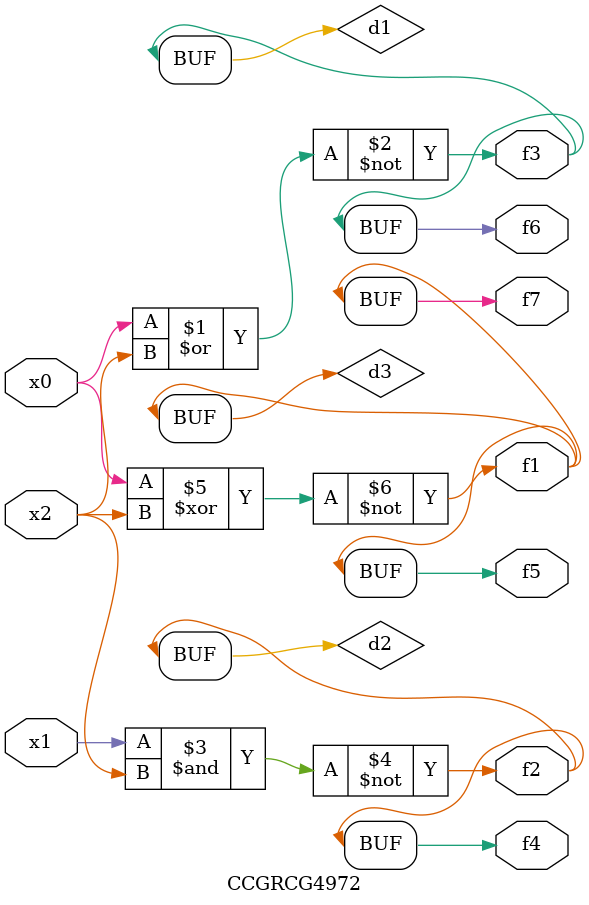
<source format=v>
module CCGRCG4972(
	input x0, x1, x2,
	output f1, f2, f3, f4, f5, f6, f7
);

	wire d1, d2, d3;

	nor (d1, x0, x2);
	nand (d2, x1, x2);
	xnor (d3, x0, x2);
	assign f1 = d3;
	assign f2 = d2;
	assign f3 = d1;
	assign f4 = d2;
	assign f5 = d3;
	assign f6 = d1;
	assign f7 = d3;
endmodule

</source>
